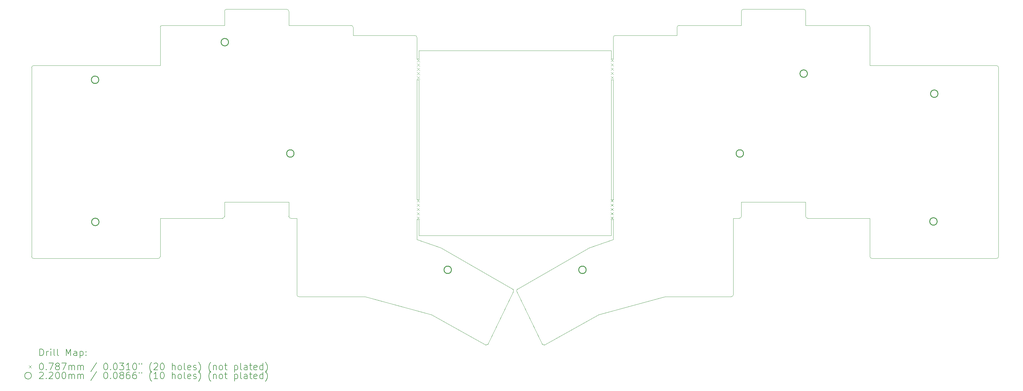
<source format=gbr>
%TF.GenerationSoftware,KiCad,Pcbnew,7.0.2-6a45011f42~172~ubuntu22.04.1*%
%TF.CreationDate,2023-05-03T16:22:59+02:00*%
%TF.ProjectId,plate,706c6174-652e-46b6-9963-61645f706362,rev?*%
%TF.SameCoordinates,Original*%
%TF.FileFunction,Drillmap*%
%TF.FilePolarity,Positive*%
%FSLAX45Y45*%
G04 Gerber Fmt 4.5, Leading zero omitted, Abs format (unit mm)*
G04 Created by KiCad (PCBNEW 7.0.2-6a45011f42~172~ubuntu22.04.1) date 2023-05-03 16:22:59*
%MOMM*%
%LPD*%
G01*
G04 APERTURE LIST*
%ADD10C,0.100000*%
%ADD11C,0.200000*%
%ADD12C,0.078740*%
%ADD13C,0.220000*%
G04 APERTURE END LIST*
D10*
X25628722Y-7583400D02*
G75*
G03*
X25569190Y-7642931I-12J-59520D01*
G01*
X19749272Y-12442042D02*
X19808804Y-12442041D01*
X15954407Y-6869024D02*
G75*
G03*
X15894869Y-6809493I-59527J4D01*
G01*
X31209533Y-6809493D02*
X29423594Y-6809493D01*
X33174066Y-8476369D02*
X33174065Y-7345274D01*
X31269062Y-12941216D02*
G75*
G03*
X31328595Y-13000748I59548J17D01*
G01*
X29423594Y-6809492D02*
G75*
G03*
X29364062Y-6869024I-14J-59518D01*
G01*
X25569190Y-7642931D02*
X25569190Y-8274851D01*
X29364062Y-6869024D02*
X29364062Y-7285743D01*
X19689741Y-7583400D02*
X17859402Y-7583400D01*
X29125937Y-15262937D02*
X29125937Y-13000748D01*
X19749272Y-13632668D02*
X19749272Y-13037355D01*
X15954401Y-12524498D02*
X15954401Y-12941216D01*
X33174066Y-7345274D02*
G75*
G03*
X33114534Y-7285743I-59527J5D01*
G01*
X31269064Y-7285743D02*
X31269064Y-6869024D01*
X23470463Y-16733784D02*
G75*
G03*
X23529995Y-16751220I44657J42124D01*
G01*
X31269064Y-12524497D02*
X31269064Y-12941216D01*
X24854815Y-13870793D02*
X22720406Y-15099903D01*
X19749272Y-8893088D02*
X19808804Y-8893088D01*
X12203928Y-7285747D02*
G75*
G03*
X12144397Y-7345275I-9J-59523D01*
G01*
X23529995Y-16751220D02*
X25137340Y-15858250D01*
X36984071Y-8535900D02*
G75*
G03*
X36924537Y-8476369I-59531J0D01*
G01*
X15954402Y-12941216D02*
G75*
G03*
X16013932Y-13000748I59528J-4D01*
G01*
X25509660Y-8036726D02*
X19808803Y-8036725D01*
X19749272Y-8274851D02*
X19749272Y-7642931D01*
X29304531Y-13000742D02*
G75*
G03*
X29364062Y-12941217I-11J59542D01*
G01*
X22720405Y-15099902D02*
G75*
G03*
X22711688Y-15180482I73095J-48668D01*
G01*
X19808803Y-8036725D02*
X19808804Y-8274850D01*
X16192526Y-13000748D02*
X16192526Y-15262937D01*
X16192531Y-15262937D02*
G75*
G03*
X16252057Y-15322469I59539J7D01*
G01*
X17859407Y-7345275D02*
G75*
G03*
X17799871Y-7285743I-59527J5D01*
G01*
X12144397Y-8476369D02*
X8393925Y-8476369D01*
X29364062Y-12941217D02*
X29364062Y-12524497D01*
X31269067Y-6869024D02*
G75*
G03*
X31209533Y-6809493I-59537J-6D01*
G01*
X36924537Y-8476369D02*
X33174066Y-8476369D01*
X14049399Y-7285743D02*
X12203928Y-7285743D01*
X15954401Y-7285744D02*
X15954401Y-6869024D01*
X29125937Y-13000748D02*
X29304531Y-13000748D01*
X14049399Y-12524497D02*
X15954401Y-12524498D01*
X15894869Y-6809493D02*
X14108930Y-6809493D01*
X29364062Y-12524497D02*
X31269064Y-12524497D01*
X19808804Y-13513605D02*
X19808804Y-13037354D01*
X29066406Y-15322467D02*
G75*
G03*
X29125937Y-15262937I4J59527D01*
G01*
X27101873Y-15322469D02*
X29066406Y-15322469D01*
X19749272Y-8274851D02*
X19808804Y-8274850D01*
X21847999Y-16733783D02*
X22606775Y-15180481D01*
X22598057Y-15099903D02*
X20463648Y-13870793D01*
X18216590Y-15322468D02*
X20181123Y-15858250D01*
X17799871Y-7285743D02*
X15954401Y-7285744D01*
X22711688Y-15180482D02*
X23470464Y-16733784D01*
X19749280Y-7642931D02*
G75*
G03*
X19689741Y-7583400I-59530J1D01*
G01*
X25509659Y-8274850D02*
X25509660Y-8036726D01*
X20181123Y-15858250D02*
X21788468Y-16751220D01*
X12084866Y-14191377D02*
G75*
G03*
X12144397Y-14131842I4J59528D01*
G01*
X25137340Y-15858250D02*
X27101873Y-15322469D01*
X22606773Y-15180481D02*
G75*
G03*
X22598056Y-15099903I-81813J31911D01*
G01*
X25509162Y-12442042D02*
X25568693Y-12442041D01*
X14049399Y-6869024D02*
X14049399Y-7285743D01*
X8334394Y-8535901D02*
X8334394Y-14131842D01*
X16013932Y-13000748D02*
X16192526Y-13000748D01*
X8334396Y-14131842D02*
G75*
G03*
X8393926Y-14191374I59524J-8D01*
G01*
X14108930Y-6809489D02*
G75*
G03*
X14049399Y-6869024I10J-59541D01*
G01*
X27459061Y-7583400D02*
X25628722Y-7583399D01*
X12144397Y-13000748D02*
X13989868Y-13000748D01*
X19808804Y-13513605D02*
X25509162Y-13513605D01*
X12144397Y-14131842D02*
X12144397Y-13000748D01*
X8393926Y-14191374D02*
X12084866Y-14191374D01*
X25568693Y-13037354D02*
X25569190Y-13632668D01*
X33233597Y-14191374D02*
X36924537Y-14191374D01*
X31328595Y-13000748D02*
X33174066Y-13000748D01*
X36984069Y-14131843D02*
X36984069Y-8535900D01*
X33174066Y-13000748D02*
X33174066Y-14131843D01*
X25509162Y-13037355D02*
X25568693Y-13037354D01*
X19808804Y-12442041D02*
X19808804Y-8893088D01*
X27459061Y-7345275D02*
X27459061Y-7583400D01*
X20463648Y-13870793D02*
X19749272Y-13632668D01*
X19749272Y-12442042D02*
X19749272Y-8893088D01*
X16252057Y-15322469D02*
X18216590Y-15322468D01*
X27518592Y-7285741D02*
G75*
G03*
X27459061Y-7345275I8J-59539D01*
G01*
X8393925Y-8476374D02*
G75*
G03*
X8334394Y-8535901I5J-59536D01*
G01*
X29364062Y-7285743D02*
X27518592Y-7285743D01*
X25509162Y-13513605D02*
X25509162Y-13037355D01*
X25509162Y-12442042D02*
X25509162Y-8893089D01*
X19749272Y-13037355D02*
X19808804Y-13037354D01*
X25509162Y-8893089D02*
X25568693Y-8893088D01*
X25509659Y-8274850D02*
X25569190Y-8274851D01*
X21788467Y-16751225D02*
G75*
G03*
X21847999Y-16733783I14873J59555D01*
G01*
X17859402Y-7583400D02*
X17859402Y-7345275D01*
X14049399Y-12941217D02*
X14049399Y-12524497D01*
X13989868Y-13000749D02*
G75*
G03*
X14049399Y-12941217I2J59529D01*
G01*
X25569190Y-13632668D02*
X24854815Y-13870793D01*
X12144397Y-7345275D02*
X12144397Y-8476369D01*
X33174066Y-14131843D02*
G75*
G03*
X33233597Y-14191374I59534J3D01*
G01*
X33114534Y-7285743D02*
X31269064Y-7285743D01*
X25568693Y-12442041D02*
X25568693Y-8893088D01*
X36924537Y-14191369D02*
G75*
G03*
X36984069Y-14131843I13J59519D01*
G01*
D11*
D12*
X19750630Y-12443630D02*
X19829370Y-12522370D01*
X19829370Y-12443630D02*
X19750630Y-12522370D01*
X19750630Y-12570630D02*
X19829370Y-12649370D01*
X19829370Y-12570630D02*
X19750630Y-12649370D01*
X19750630Y-12697630D02*
X19829370Y-12776370D01*
X19829370Y-12697630D02*
X19750630Y-12776370D01*
X19750630Y-12824630D02*
X19829370Y-12903370D01*
X19829370Y-12824630D02*
X19750630Y-12903370D01*
X19750630Y-12951630D02*
X19829370Y-13030370D01*
X19829370Y-12951630D02*
X19750630Y-13030370D01*
X19753130Y-8290630D02*
X19831870Y-8369370D01*
X19831870Y-8290630D02*
X19753130Y-8369370D01*
X19753130Y-8417630D02*
X19831870Y-8496370D01*
X19831870Y-8417630D02*
X19753130Y-8496370D01*
X19753130Y-8544630D02*
X19831870Y-8623370D01*
X19831870Y-8544630D02*
X19753130Y-8623370D01*
X19753130Y-8671630D02*
X19831870Y-8750370D01*
X19831870Y-8671630D02*
X19753130Y-8750370D01*
X19753130Y-8798630D02*
X19831870Y-8877370D01*
X19831870Y-8798630D02*
X19753130Y-8877370D01*
X25493130Y-12445630D02*
X25571870Y-12524370D01*
X25571870Y-12445630D02*
X25493130Y-12524370D01*
X25493130Y-12572630D02*
X25571870Y-12651370D01*
X25571870Y-12572630D02*
X25493130Y-12651370D01*
X25493130Y-12699630D02*
X25571870Y-12778370D01*
X25571870Y-12699630D02*
X25493130Y-12778370D01*
X25493130Y-12826630D02*
X25571870Y-12905370D01*
X25571870Y-12826630D02*
X25493130Y-12905370D01*
X25493130Y-12953630D02*
X25571870Y-13032370D01*
X25571870Y-12953630D02*
X25493130Y-13032370D01*
X25495630Y-8288630D02*
X25574370Y-8367370D01*
X25574370Y-8288630D02*
X25495630Y-8367370D01*
X25495630Y-8415630D02*
X25574370Y-8494370D01*
X25574370Y-8415630D02*
X25495630Y-8494370D01*
X25495630Y-8542630D02*
X25574370Y-8621370D01*
X25574370Y-8542630D02*
X25495630Y-8621370D01*
X25495630Y-8669630D02*
X25574370Y-8748370D01*
X25574370Y-8669630D02*
X25495630Y-8748370D01*
X25495630Y-8796630D02*
X25574370Y-8875370D01*
X25574370Y-8796630D02*
X25495630Y-8875370D01*
D13*
X10324391Y-8897364D02*
G75*
G03*
X10324391Y-8897364I-110000J0D01*
G01*
X10331391Y-13108364D02*
G75*
G03*
X10331391Y-13108364I-110000J0D01*
G01*
X14168391Y-7783364D02*
G75*
G03*
X14168391Y-7783364I-110000J0D01*
G01*
X16110391Y-11080364D02*
G75*
G03*
X16110391Y-11080364I-110000J0D01*
G01*
X20773391Y-14527364D02*
G75*
G03*
X20773391Y-14527364I-110000J0D01*
G01*
X24765060Y-14527372D02*
G75*
G03*
X24765060Y-14527372I-110000J0D01*
G01*
X29428060Y-11080371D02*
G75*
G03*
X29428060Y-11080371I-110000J0D01*
G01*
X31319533Y-8714495D02*
G75*
G03*
X31319533Y-8714495I-110000J0D01*
G01*
X35164665Y-13093864D02*
G75*
G03*
X35164665Y-13093864I-110000J0D01*
G01*
X35189067Y-9309808D02*
G75*
G03*
X35189067Y-9309808I-110000J0D01*
G01*
D11*
X8577013Y-17070578D02*
X8577013Y-16870578D01*
X8577013Y-16870578D02*
X8624632Y-16870578D01*
X8624632Y-16870578D02*
X8653204Y-16880102D01*
X8653204Y-16880102D02*
X8672251Y-16899149D01*
X8672251Y-16899149D02*
X8681775Y-16918197D01*
X8681775Y-16918197D02*
X8691299Y-16956292D01*
X8691299Y-16956292D02*
X8691299Y-16984863D01*
X8691299Y-16984863D02*
X8681775Y-17022959D01*
X8681775Y-17022959D02*
X8672251Y-17042006D01*
X8672251Y-17042006D02*
X8653204Y-17061054D01*
X8653204Y-17061054D02*
X8624632Y-17070578D01*
X8624632Y-17070578D02*
X8577013Y-17070578D01*
X8777013Y-17070578D02*
X8777013Y-16937244D01*
X8777013Y-16975340D02*
X8786537Y-16956292D01*
X8786537Y-16956292D02*
X8796061Y-16946768D01*
X8796061Y-16946768D02*
X8815109Y-16937244D01*
X8815109Y-16937244D02*
X8834156Y-16937244D01*
X8900823Y-17070578D02*
X8900823Y-16937244D01*
X8900823Y-16870578D02*
X8891299Y-16880102D01*
X8891299Y-16880102D02*
X8900823Y-16889625D01*
X8900823Y-16889625D02*
X8910347Y-16880102D01*
X8910347Y-16880102D02*
X8900823Y-16870578D01*
X8900823Y-16870578D02*
X8900823Y-16889625D01*
X9024632Y-17070578D02*
X9005585Y-17061054D01*
X9005585Y-17061054D02*
X8996061Y-17042006D01*
X8996061Y-17042006D02*
X8996061Y-16870578D01*
X9129394Y-17070578D02*
X9110347Y-17061054D01*
X9110347Y-17061054D02*
X9100823Y-17042006D01*
X9100823Y-17042006D02*
X9100823Y-16870578D01*
X9357966Y-17070578D02*
X9357966Y-16870578D01*
X9357966Y-16870578D02*
X9424632Y-17013435D01*
X9424632Y-17013435D02*
X9491299Y-16870578D01*
X9491299Y-16870578D02*
X9491299Y-17070578D01*
X9672251Y-17070578D02*
X9672251Y-16965816D01*
X9672251Y-16965816D02*
X9662728Y-16946768D01*
X9662728Y-16946768D02*
X9643680Y-16937244D01*
X9643680Y-16937244D02*
X9605585Y-16937244D01*
X9605585Y-16937244D02*
X9586537Y-16946768D01*
X9672251Y-17061054D02*
X9653204Y-17070578D01*
X9653204Y-17070578D02*
X9605585Y-17070578D01*
X9605585Y-17070578D02*
X9586537Y-17061054D01*
X9586537Y-17061054D02*
X9577013Y-17042006D01*
X9577013Y-17042006D02*
X9577013Y-17022959D01*
X9577013Y-17022959D02*
X9586537Y-17003911D01*
X9586537Y-17003911D02*
X9605585Y-16994387D01*
X9605585Y-16994387D02*
X9653204Y-16994387D01*
X9653204Y-16994387D02*
X9672251Y-16984863D01*
X9767490Y-16937244D02*
X9767490Y-17137244D01*
X9767490Y-16946768D02*
X9786537Y-16937244D01*
X9786537Y-16937244D02*
X9824632Y-16937244D01*
X9824632Y-16937244D02*
X9843680Y-16946768D01*
X9843680Y-16946768D02*
X9853204Y-16956292D01*
X9853204Y-16956292D02*
X9862728Y-16975340D01*
X9862728Y-16975340D02*
X9862728Y-17032482D01*
X9862728Y-17032482D02*
X9853204Y-17051530D01*
X9853204Y-17051530D02*
X9843680Y-17061054D01*
X9843680Y-17061054D02*
X9824632Y-17070578D01*
X9824632Y-17070578D02*
X9786537Y-17070578D01*
X9786537Y-17070578D02*
X9767490Y-17061054D01*
X9948442Y-17051530D02*
X9957966Y-17061054D01*
X9957966Y-17061054D02*
X9948442Y-17070578D01*
X9948442Y-17070578D02*
X9938918Y-17061054D01*
X9938918Y-17061054D02*
X9948442Y-17051530D01*
X9948442Y-17051530D02*
X9948442Y-17070578D01*
X9948442Y-16946768D02*
X9957966Y-16956292D01*
X9957966Y-16956292D02*
X9948442Y-16965816D01*
X9948442Y-16965816D02*
X9938918Y-16956292D01*
X9938918Y-16956292D02*
X9948442Y-16946768D01*
X9948442Y-16946768D02*
X9948442Y-16965816D01*
D12*
X8250654Y-17358684D02*
X8329394Y-17437424D01*
X8329394Y-17358684D02*
X8250654Y-17437424D01*
D11*
X8615109Y-17290578D02*
X8634156Y-17290578D01*
X8634156Y-17290578D02*
X8653204Y-17300102D01*
X8653204Y-17300102D02*
X8662728Y-17309625D01*
X8662728Y-17309625D02*
X8672251Y-17328673D01*
X8672251Y-17328673D02*
X8681775Y-17366768D01*
X8681775Y-17366768D02*
X8681775Y-17414387D01*
X8681775Y-17414387D02*
X8672251Y-17452482D01*
X8672251Y-17452482D02*
X8662728Y-17471530D01*
X8662728Y-17471530D02*
X8653204Y-17481054D01*
X8653204Y-17481054D02*
X8634156Y-17490578D01*
X8634156Y-17490578D02*
X8615109Y-17490578D01*
X8615109Y-17490578D02*
X8596061Y-17481054D01*
X8596061Y-17481054D02*
X8586537Y-17471530D01*
X8586537Y-17471530D02*
X8577013Y-17452482D01*
X8577013Y-17452482D02*
X8567490Y-17414387D01*
X8567490Y-17414387D02*
X8567490Y-17366768D01*
X8567490Y-17366768D02*
X8577013Y-17328673D01*
X8577013Y-17328673D02*
X8586537Y-17309625D01*
X8586537Y-17309625D02*
X8596061Y-17300102D01*
X8596061Y-17300102D02*
X8615109Y-17290578D01*
X8767490Y-17471530D02*
X8777013Y-17481054D01*
X8777013Y-17481054D02*
X8767490Y-17490578D01*
X8767490Y-17490578D02*
X8757966Y-17481054D01*
X8757966Y-17481054D02*
X8767490Y-17471530D01*
X8767490Y-17471530D02*
X8767490Y-17490578D01*
X8843680Y-17290578D02*
X8977013Y-17290578D01*
X8977013Y-17290578D02*
X8891299Y-17490578D01*
X9081775Y-17376292D02*
X9062728Y-17366768D01*
X9062728Y-17366768D02*
X9053204Y-17357244D01*
X9053204Y-17357244D02*
X9043680Y-17338197D01*
X9043680Y-17338197D02*
X9043680Y-17328673D01*
X9043680Y-17328673D02*
X9053204Y-17309625D01*
X9053204Y-17309625D02*
X9062728Y-17300102D01*
X9062728Y-17300102D02*
X9081775Y-17290578D01*
X9081775Y-17290578D02*
X9119871Y-17290578D01*
X9119871Y-17290578D02*
X9138918Y-17300102D01*
X9138918Y-17300102D02*
X9148442Y-17309625D01*
X9148442Y-17309625D02*
X9157966Y-17328673D01*
X9157966Y-17328673D02*
X9157966Y-17338197D01*
X9157966Y-17338197D02*
X9148442Y-17357244D01*
X9148442Y-17357244D02*
X9138918Y-17366768D01*
X9138918Y-17366768D02*
X9119871Y-17376292D01*
X9119871Y-17376292D02*
X9081775Y-17376292D01*
X9081775Y-17376292D02*
X9062728Y-17385816D01*
X9062728Y-17385816D02*
X9053204Y-17395340D01*
X9053204Y-17395340D02*
X9043680Y-17414387D01*
X9043680Y-17414387D02*
X9043680Y-17452482D01*
X9043680Y-17452482D02*
X9053204Y-17471530D01*
X9053204Y-17471530D02*
X9062728Y-17481054D01*
X9062728Y-17481054D02*
X9081775Y-17490578D01*
X9081775Y-17490578D02*
X9119871Y-17490578D01*
X9119871Y-17490578D02*
X9138918Y-17481054D01*
X9138918Y-17481054D02*
X9148442Y-17471530D01*
X9148442Y-17471530D02*
X9157966Y-17452482D01*
X9157966Y-17452482D02*
X9157966Y-17414387D01*
X9157966Y-17414387D02*
X9148442Y-17395340D01*
X9148442Y-17395340D02*
X9138918Y-17385816D01*
X9138918Y-17385816D02*
X9119871Y-17376292D01*
X9224632Y-17290578D02*
X9357966Y-17290578D01*
X9357966Y-17290578D02*
X9272251Y-17490578D01*
X9434156Y-17490578D02*
X9434156Y-17357244D01*
X9434156Y-17376292D02*
X9443680Y-17366768D01*
X9443680Y-17366768D02*
X9462728Y-17357244D01*
X9462728Y-17357244D02*
X9491299Y-17357244D01*
X9491299Y-17357244D02*
X9510347Y-17366768D01*
X9510347Y-17366768D02*
X9519871Y-17385816D01*
X9519871Y-17385816D02*
X9519871Y-17490578D01*
X9519871Y-17385816D02*
X9529394Y-17366768D01*
X9529394Y-17366768D02*
X9548442Y-17357244D01*
X9548442Y-17357244D02*
X9577013Y-17357244D01*
X9577013Y-17357244D02*
X9596061Y-17366768D01*
X9596061Y-17366768D02*
X9605585Y-17385816D01*
X9605585Y-17385816D02*
X9605585Y-17490578D01*
X9700823Y-17490578D02*
X9700823Y-17357244D01*
X9700823Y-17376292D02*
X9710347Y-17366768D01*
X9710347Y-17366768D02*
X9729394Y-17357244D01*
X9729394Y-17357244D02*
X9757966Y-17357244D01*
X9757966Y-17357244D02*
X9777013Y-17366768D01*
X9777013Y-17366768D02*
X9786537Y-17385816D01*
X9786537Y-17385816D02*
X9786537Y-17490578D01*
X9786537Y-17385816D02*
X9796061Y-17366768D01*
X9796061Y-17366768D02*
X9815109Y-17357244D01*
X9815109Y-17357244D02*
X9843680Y-17357244D01*
X9843680Y-17357244D02*
X9862728Y-17366768D01*
X9862728Y-17366768D02*
X9872252Y-17385816D01*
X9872252Y-17385816D02*
X9872252Y-17490578D01*
X10262728Y-17281054D02*
X10091299Y-17538197D01*
X10519871Y-17290578D02*
X10538918Y-17290578D01*
X10538918Y-17290578D02*
X10557966Y-17300102D01*
X10557966Y-17300102D02*
X10567490Y-17309625D01*
X10567490Y-17309625D02*
X10577014Y-17328673D01*
X10577014Y-17328673D02*
X10586537Y-17366768D01*
X10586537Y-17366768D02*
X10586537Y-17414387D01*
X10586537Y-17414387D02*
X10577014Y-17452482D01*
X10577014Y-17452482D02*
X10567490Y-17471530D01*
X10567490Y-17471530D02*
X10557966Y-17481054D01*
X10557966Y-17481054D02*
X10538918Y-17490578D01*
X10538918Y-17490578D02*
X10519871Y-17490578D01*
X10519871Y-17490578D02*
X10500823Y-17481054D01*
X10500823Y-17481054D02*
X10491299Y-17471530D01*
X10491299Y-17471530D02*
X10481775Y-17452482D01*
X10481775Y-17452482D02*
X10472252Y-17414387D01*
X10472252Y-17414387D02*
X10472252Y-17366768D01*
X10472252Y-17366768D02*
X10481775Y-17328673D01*
X10481775Y-17328673D02*
X10491299Y-17309625D01*
X10491299Y-17309625D02*
X10500823Y-17300102D01*
X10500823Y-17300102D02*
X10519871Y-17290578D01*
X10672252Y-17471530D02*
X10681775Y-17481054D01*
X10681775Y-17481054D02*
X10672252Y-17490578D01*
X10672252Y-17490578D02*
X10662728Y-17481054D01*
X10662728Y-17481054D02*
X10672252Y-17471530D01*
X10672252Y-17471530D02*
X10672252Y-17490578D01*
X10805585Y-17290578D02*
X10824633Y-17290578D01*
X10824633Y-17290578D02*
X10843680Y-17300102D01*
X10843680Y-17300102D02*
X10853204Y-17309625D01*
X10853204Y-17309625D02*
X10862728Y-17328673D01*
X10862728Y-17328673D02*
X10872252Y-17366768D01*
X10872252Y-17366768D02*
X10872252Y-17414387D01*
X10872252Y-17414387D02*
X10862728Y-17452482D01*
X10862728Y-17452482D02*
X10853204Y-17471530D01*
X10853204Y-17471530D02*
X10843680Y-17481054D01*
X10843680Y-17481054D02*
X10824633Y-17490578D01*
X10824633Y-17490578D02*
X10805585Y-17490578D01*
X10805585Y-17490578D02*
X10786537Y-17481054D01*
X10786537Y-17481054D02*
X10777014Y-17471530D01*
X10777014Y-17471530D02*
X10767490Y-17452482D01*
X10767490Y-17452482D02*
X10757966Y-17414387D01*
X10757966Y-17414387D02*
X10757966Y-17366768D01*
X10757966Y-17366768D02*
X10767490Y-17328673D01*
X10767490Y-17328673D02*
X10777014Y-17309625D01*
X10777014Y-17309625D02*
X10786537Y-17300102D01*
X10786537Y-17300102D02*
X10805585Y-17290578D01*
X10938918Y-17290578D02*
X11062728Y-17290578D01*
X11062728Y-17290578D02*
X10996061Y-17366768D01*
X10996061Y-17366768D02*
X11024633Y-17366768D01*
X11024633Y-17366768D02*
X11043680Y-17376292D01*
X11043680Y-17376292D02*
X11053204Y-17385816D01*
X11053204Y-17385816D02*
X11062728Y-17404863D01*
X11062728Y-17404863D02*
X11062728Y-17452482D01*
X11062728Y-17452482D02*
X11053204Y-17471530D01*
X11053204Y-17471530D02*
X11043680Y-17481054D01*
X11043680Y-17481054D02*
X11024633Y-17490578D01*
X11024633Y-17490578D02*
X10967490Y-17490578D01*
X10967490Y-17490578D02*
X10948442Y-17481054D01*
X10948442Y-17481054D02*
X10938918Y-17471530D01*
X11253204Y-17490578D02*
X11138918Y-17490578D01*
X11196061Y-17490578D02*
X11196061Y-17290578D01*
X11196061Y-17290578D02*
X11177014Y-17319149D01*
X11177014Y-17319149D02*
X11157966Y-17338197D01*
X11157966Y-17338197D02*
X11138918Y-17347721D01*
X11377013Y-17290578D02*
X11396061Y-17290578D01*
X11396061Y-17290578D02*
X11415109Y-17300102D01*
X11415109Y-17300102D02*
X11424633Y-17309625D01*
X11424633Y-17309625D02*
X11434156Y-17328673D01*
X11434156Y-17328673D02*
X11443680Y-17366768D01*
X11443680Y-17366768D02*
X11443680Y-17414387D01*
X11443680Y-17414387D02*
X11434156Y-17452482D01*
X11434156Y-17452482D02*
X11424633Y-17471530D01*
X11424633Y-17471530D02*
X11415109Y-17481054D01*
X11415109Y-17481054D02*
X11396061Y-17490578D01*
X11396061Y-17490578D02*
X11377013Y-17490578D01*
X11377013Y-17490578D02*
X11357966Y-17481054D01*
X11357966Y-17481054D02*
X11348442Y-17471530D01*
X11348442Y-17471530D02*
X11338918Y-17452482D01*
X11338918Y-17452482D02*
X11329394Y-17414387D01*
X11329394Y-17414387D02*
X11329394Y-17366768D01*
X11329394Y-17366768D02*
X11338918Y-17328673D01*
X11338918Y-17328673D02*
X11348442Y-17309625D01*
X11348442Y-17309625D02*
X11357966Y-17300102D01*
X11357966Y-17300102D02*
X11377013Y-17290578D01*
X11519871Y-17290578D02*
X11519871Y-17328673D01*
X11596061Y-17290578D02*
X11596061Y-17328673D01*
X11891299Y-17566768D02*
X11881775Y-17557244D01*
X11881775Y-17557244D02*
X11862728Y-17528673D01*
X11862728Y-17528673D02*
X11853204Y-17509625D01*
X11853204Y-17509625D02*
X11843680Y-17481054D01*
X11843680Y-17481054D02*
X11834156Y-17433435D01*
X11834156Y-17433435D02*
X11834156Y-17395340D01*
X11834156Y-17395340D02*
X11843680Y-17347721D01*
X11843680Y-17347721D02*
X11853204Y-17319149D01*
X11853204Y-17319149D02*
X11862728Y-17300102D01*
X11862728Y-17300102D02*
X11881775Y-17271530D01*
X11881775Y-17271530D02*
X11891299Y-17262006D01*
X11957966Y-17309625D02*
X11967490Y-17300102D01*
X11967490Y-17300102D02*
X11986537Y-17290578D01*
X11986537Y-17290578D02*
X12034156Y-17290578D01*
X12034156Y-17290578D02*
X12053204Y-17300102D01*
X12053204Y-17300102D02*
X12062728Y-17309625D01*
X12062728Y-17309625D02*
X12072252Y-17328673D01*
X12072252Y-17328673D02*
X12072252Y-17347721D01*
X12072252Y-17347721D02*
X12062728Y-17376292D01*
X12062728Y-17376292D02*
X11948442Y-17490578D01*
X11948442Y-17490578D02*
X12072252Y-17490578D01*
X12196061Y-17290578D02*
X12215109Y-17290578D01*
X12215109Y-17290578D02*
X12234156Y-17300102D01*
X12234156Y-17300102D02*
X12243680Y-17309625D01*
X12243680Y-17309625D02*
X12253204Y-17328673D01*
X12253204Y-17328673D02*
X12262728Y-17366768D01*
X12262728Y-17366768D02*
X12262728Y-17414387D01*
X12262728Y-17414387D02*
X12253204Y-17452482D01*
X12253204Y-17452482D02*
X12243680Y-17471530D01*
X12243680Y-17471530D02*
X12234156Y-17481054D01*
X12234156Y-17481054D02*
X12215109Y-17490578D01*
X12215109Y-17490578D02*
X12196061Y-17490578D01*
X12196061Y-17490578D02*
X12177014Y-17481054D01*
X12177014Y-17481054D02*
X12167490Y-17471530D01*
X12167490Y-17471530D02*
X12157966Y-17452482D01*
X12157966Y-17452482D02*
X12148442Y-17414387D01*
X12148442Y-17414387D02*
X12148442Y-17366768D01*
X12148442Y-17366768D02*
X12157966Y-17328673D01*
X12157966Y-17328673D02*
X12167490Y-17309625D01*
X12167490Y-17309625D02*
X12177014Y-17300102D01*
X12177014Y-17300102D02*
X12196061Y-17290578D01*
X12500823Y-17490578D02*
X12500823Y-17290578D01*
X12586537Y-17490578D02*
X12586537Y-17385816D01*
X12586537Y-17385816D02*
X12577014Y-17366768D01*
X12577014Y-17366768D02*
X12557966Y-17357244D01*
X12557966Y-17357244D02*
X12529395Y-17357244D01*
X12529395Y-17357244D02*
X12510347Y-17366768D01*
X12510347Y-17366768D02*
X12500823Y-17376292D01*
X12710347Y-17490578D02*
X12691299Y-17481054D01*
X12691299Y-17481054D02*
X12681776Y-17471530D01*
X12681776Y-17471530D02*
X12672252Y-17452482D01*
X12672252Y-17452482D02*
X12672252Y-17395340D01*
X12672252Y-17395340D02*
X12681776Y-17376292D01*
X12681776Y-17376292D02*
X12691299Y-17366768D01*
X12691299Y-17366768D02*
X12710347Y-17357244D01*
X12710347Y-17357244D02*
X12738918Y-17357244D01*
X12738918Y-17357244D02*
X12757966Y-17366768D01*
X12757966Y-17366768D02*
X12767490Y-17376292D01*
X12767490Y-17376292D02*
X12777014Y-17395340D01*
X12777014Y-17395340D02*
X12777014Y-17452482D01*
X12777014Y-17452482D02*
X12767490Y-17471530D01*
X12767490Y-17471530D02*
X12757966Y-17481054D01*
X12757966Y-17481054D02*
X12738918Y-17490578D01*
X12738918Y-17490578D02*
X12710347Y-17490578D01*
X12891299Y-17490578D02*
X12872252Y-17481054D01*
X12872252Y-17481054D02*
X12862728Y-17462006D01*
X12862728Y-17462006D02*
X12862728Y-17290578D01*
X13043680Y-17481054D02*
X13024633Y-17490578D01*
X13024633Y-17490578D02*
X12986537Y-17490578D01*
X12986537Y-17490578D02*
X12967490Y-17481054D01*
X12967490Y-17481054D02*
X12957966Y-17462006D01*
X12957966Y-17462006D02*
X12957966Y-17385816D01*
X12957966Y-17385816D02*
X12967490Y-17366768D01*
X12967490Y-17366768D02*
X12986537Y-17357244D01*
X12986537Y-17357244D02*
X13024633Y-17357244D01*
X13024633Y-17357244D02*
X13043680Y-17366768D01*
X13043680Y-17366768D02*
X13053204Y-17385816D01*
X13053204Y-17385816D02*
X13053204Y-17404863D01*
X13053204Y-17404863D02*
X12957966Y-17423911D01*
X13129395Y-17481054D02*
X13148442Y-17490578D01*
X13148442Y-17490578D02*
X13186537Y-17490578D01*
X13186537Y-17490578D02*
X13205585Y-17481054D01*
X13205585Y-17481054D02*
X13215109Y-17462006D01*
X13215109Y-17462006D02*
X13215109Y-17452482D01*
X13215109Y-17452482D02*
X13205585Y-17433435D01*
X13205585Y-17433435D02*
X13186537Y-17423911D01*
X13186537Y-17423911D02*
X13157966Y-17423911D01*
X13157966Y-17423911D02*
X13138918Y-17414387D01*
X13138918Y-17414387D02*
X13129395Y-17395340D01*
X13129395Y-17395340D02*
X13129395Y-17385816D01*
X13129395Y-17385816D02*
X13138918Y-17366768D01*
X13138918Y-17366768D02*
X13157966Y-17357244D01*
X13157966Y-17357244D02*
X13186537Y-17357244D01*
X13186537Y-17357244D02*
X13205585Y-17366768D01*
X13281776Y-17566768D02*
X13291299Y-17557244D01*
X13291299Y-17557244D02*
X13310347Y-17528673D01*
X13310347Y-17528673D02*
X13319871Y-17509625D01*
X13319871Y-17509625D02*
X13329395Y-17481054D01*
X13329395Y-17481054D02*
X13338918Y-17433435D01*
X13338918Y-17433435D02*
X13338918Y-17395340D01*
X13338918Y-17395340D02*
X13329395Y-17347721D01*
X13329395Y-17347721D02*
X13319871Y-17319149D01*
X13319871Y-17319149D02*
X13310347Y-17300102D01*
X13310347Y-17300102D02*
X13291299Y-17271530D01*
X13291299Y-17271530D02*
X13281776Y-17262006D01*
X13643680Y-17566768D02*
X13634157Y-17557244D01*
X13634157Y-17557244D02*
X13615109Y-17528673D01*
X13615109Y-17528673D02*
X13605585Y-17509625D01*
X13605585Y-17509625D02*
X13596061Y-17481054D01*
X13596061Y-17481054D02*
X13586538Y-17433435D01*
X13586538Y-17433435D02*
X13586538Y-17395340D01*
X13586538Y-17395340D02*
X13596061Y-17347721D01*
X13596061Y-17347721D02*
X13605585Y-17319149D01*
X13605585Y-17319149D02*
X13615109Y-17300102D01*
X13615109Y-17300102D02*
X13634157Y-17271530D01*
X13634157Y-17271530D02*
X13643680Y-17262006D01*
X13719871Y-17357244D02*
X13719871Y-17490578D01*
X13719871Y-17376292D02*
X13729395Y-17366768D01*
X13729395Y-17366768D02*
X13748442Y-17357244D01*
X13748442Y-17357244D02*
X13777014Y-17357244D01*
X13777014Y-17357244D02*
X13796061Y-17366768D01*
X13796061Y-17366768D02*
X13805585Y-17385816D01*
X13805585Y-17385816D02*
X13805585Y-17490578D01*
X13929395Y-17490578D02*
X13910347Y-17481054D01*
X13910347Y-17481054D02*
X13900823Y-17471530D01*
X13900823Y-17471530D02*
X13891299Y-17452482D01*
X13891299Y-17452482D02*
X13891299Y-17395340D01*
X13891299Y-17395340D02*
X13900823Y-17376292D01*
X13900823Y-17376292D02*
X13910347Y-17366768D01*
X13910347Y-17366768D02*
X13929395Y-17357244D01*
X13929395Y-17357244D02*
X13957966Y-17357244D01*
X13957966Y-17357244D02*
X13977014Y-17366768D01*
X13977014Y-17366768D02*
X13986538Y-17376292D01*
X13986538Y-17376292D02*
X13996061Y-17395340D01*
X13996061Y-17395340D02*
X13996061Y-17452482D01*
X13996061Y-17452482D02*
X13986538Y-17471530D01*
X13986538Y-17471530D02*
X13977014Y-17481054D01*
X13977014Y-17481054D02*
X13957966Y-17490578D01*
X13957966Y-17490578D02*
X13929395Y-17490578D01*
X14053204Y-17357244D02*
X14129395Y-17357244D01*
X14081776Y-17290578D02*
X14081776Y-17462006D01*
X14081776Y-17462006D02*
X14091299Y-17481054D01*
X14091299Y-17481054D02*
X14110347Y-17490578D01*
X14110347Y-17490578D02*
X14129395Y-17490578D01*
X14348442Y-17357244D02*
X14348442Y-17557244D01*
X14348442Y-17366768D02*
X14367490Y-17357244D01*
X14367490Y-17357244D02*
X14405585Y-17357244D01*
X14405585Y-17357244D02*
X14424633Y-17366768D01*
X14424633Y-17366768D02*
X14434157Y-17376292D01*
X14434157Y-17376292D02*
X14443680Y-17395340D01*
X14443680Y-17395340D02*
X14443680Y-17452482D01*
X14443680Y-17452482D02*
X14434157Y-17471530D01*
X14434157Y-17471530D02*
X14424633Y-17481054D01*
X14424633Y-17481054D02*
X14405585Y-17490578D01*
X14405585Y-17490578D02*
X14367490Y-17490578D01*
X14367490Y-17490578D02*
X14348442Y-17481054D01*
X14557966Y-17490578D02*
X14538919Y-17481054D01*
X14538919Y-17481054D02*
X14529395Y-17462006D01*
X14529395Y-17462006D02*
X14529395Y-17290578D01*
X14719871Y-17490578D02*
X14719871Y-17385816D01*
X14719871Y-17385816D02*
X14710347Y-17366768D01*
X14710347Y-17366768D02*
X14691300Y-17357244D01*
X14691300Y-17357244D02*
X14653204Y-17357244D01*
X14653204Y-17357244D02*
X14634157Y-17366768D01*
X14719871Y-17481054D02*
X14700823Y-17490578D01*
X14700823Y-17490578D02*
X14653204Y-17490578D01*
X14653204Y-17490578D02*
X14634157Y-17481054D01*
X14634157Y-17481054D02*
X14624633Y-17462006D01*
X14624633Y-17462006D02*
X14624633Y-17442959D01*
X14624633Y-17442959D02*
X14634157Y-17423911D01*
X14634157Y-17423911D02*
X14653204Y-17414387D01*
X14653204Y-17414387D02*
X14700823Y-17414387D01*
X14700823Y-17414387D02*
X14719871Y-17404863D01*
X14786538Y-17357244D02*
X14862728Y-17357244D01*
X14815109Y-17290578D02*
X14815109Y-17462006D01*
X14815109Y-17462006D02*
X14824633Y-17481054D01*
X14824633Y-17481054D02*
X14843680Y-17490578D01*
X14843680Y-17490578D02*
X14862728Y-17490578D01*
X15005585Y-17481054D02*
X14986538Y-17490578D01*
X14986538Y-17490578D02*
X14948442Y-17490578D01*
X14948442Y-17490578D02*
X14929395Y-17481054D01*
X14929395Y-17481054D02*
X14919871Y-17462006D01*
X14919871Y-17462006D02*
X14919871Y-17385816D01*
X14919871Y-17385816D02*
X14929395Y-17366768D01*
X14929395Y-17366768D02*
X14948442Y-17357244D01*
X14948442Y-17357244D02*
X14986538Y-17357244D01*
X14986538Y-17357244D02*
X15005585Y-17366768D01*
X15005585Y-17366768D02*
X15015109Y-17385816D01*
X15015109Y-17385816D02*
X15015109Y-17404863D01*
X15015109Y-17404863D02*
X14919871Y-17423911D01*
X15186538Y-17490578D02*
X15186538Y-17290578D01*
X15186538Y-17481054D02*
X15167490Y-17490578D01*
X15167490Y-17490578D02*
X15129395Y-17490578D01*
X15129395Y-17490578D02*
X15110347Y-17481054D01*
X15110347Y-17481054D02*
X15100823Y-17471530D01*
X15100823Y-17471530D02*
X15091300Y-17452482D01*
X15091300Y-17452482D02*
X15091300Y-17395340D01*
X15091300Y-17395340D02*
X15100823Y-17376292D01*
X15100823Y-17376292D02*
X15110347Y-17366768D01*
X15110347Y-17366768D02*
X15129395Y-17357244D01*
X15129395Y-17357244D02*
X15167490Y-17357244D01*
X15167490Y-17357244D02*
X15186538Y-17366768D01*
X15262728Y-17566768D02*
X15272252Y-17557244D01*
X15272252Y-17557244D02*
X15291300Y-17528673D01*
X15291300Y-17528673D02*
X15300823Y-17509625D01*
X15300823Y-17509625D02*
X15310347Y-17481054D01*
X15310347Y-17481054D02*
X15319871Y-17433435D01*
X15319871Y-17433435D02*
X15319871Y-17395340D01*
X15319871Y-17395340D02*
X15310347Y-17347721D01*
X15310347Y-17347721D02*
X15300823Y-17319149D01*
X15300823Y-17319149D02*
X15291300Y-17300102D01*
X15291300Y-17300102D02*
X15272252Y-17271530D01*
X15272252Y-17271530D02*
X15262728Y-17262006D01*
X8329394Y-17662054D02*
G75*
G03*
X8329394Y-17662054I-100000J0D01*
G01*
X8567490Y-17573625D02*
X8577013Y-17564102D01*
X8577013Y-17564102D02*
X8596061Y-17554578D01*
X8596061Y-17554578D02*
X8643680Y-17554578D01*
X8643680Y-17554578D02*
X8662728Y-17564102D01*
X8662728Y-17564102D02*
X8672251Y-17573625D01*
X8672251Y-17573625D02*
X8681775Y-17592673D01*
X8681775Y-17592673D02*
X8681775Y-17611721D01*
X8681775Y-17611721D02*
X8672251Y-17640292D01*
X8672251Y-17640292D02*
X8557966Y-17754578D01*
X8557966Y-17754578D02*
X8681775Y-17754578D01*
X8767490Y-17735530D02*
X8777013Y-17745054D01*
X8777013Y-17745054D02*
X8767490Y-17754578D01*
X8767490Y-17754578D02*
X8757966Y-17745054D01*
X8757966Y-17745054D02*
X8767490Y-17735530D01*
X8767490Y-17735530D02*
X8767490Y-17754578D01*
X8853204Y-17573625D02*
X8862728Y-17564102D01*
X8862728Y-17564102D02*
X8881775Y-17554578D01*
X8881775Y-17554578D02*
X8929394Y-17554578D01*
X8929394Y-17554578D02*
X8948442Y-17564102D01*
X8948442Y-17564102D02*
X8957966Y-17573625D01*
X8957966Y-17573625D02*
X8967490Y-17592673D01*
X8967490Y-17592673D02*
X8967490Y-17611721D01*
X8967490Y-17611721D02*
X8957966Y-17640292D01*
X8957966Y-17640292D02*
X8843680Y-17754578D01*
X8843680Y-17754578D02*
X8967490Y-17754578D01*
X9091299Y-17554578D02*
X9110347Y-17554578D01*
X9110347Y-17554578D02*
X9129394Y-17564102D01*
X9129394Y-17564102D02*
X9138918Y-17573625D01*
X9138918Y-17573625D02*
X9148442Y-17592673D01*
X9148442Y-17592673D02*
X9157966Y-17630768D01*
X9157966Y-17630768D02*
X9157966Y-17678387D01*
X9157966Y-17678387D02*
X9148442Y-17716482D01*
X9148442Y-17716482D02*
X9138918Y-17735530D01*
X9138918Y-17735530D02*
X9129394Y-17745054D01*
X9129394Y-17745054D02*
X9110347Y-17754578D01*
X9110347Y-17754578D02*
X9091299Y-17754578D01*
X9091299Y-17754578D02*
X9072251Y-17745054D01*
X9072251Y-17745054D02*
X9062728Y-17735530D01*
X9062728Y-17735530D02*
X9053204Y-17716482D01*
X9053204Y-17716482D02*
X9043680Y-17678387D01*
X9043680Y-17678387D02*
X9043680Y-17630768D01*
X9043680Y-17630768D02*
X9053204Y-17592673D01*
X9053204Y-17592673D02*
X9062728Y-17573625D01*
X9062728Y-17573625D02*
X9072251Y-17564102D01*
X9072251Y-17564102D02*
X9091299Y-17554578D01*
X9281775Y-17554578D02*
X9300823Y-17554578D01*
X9300823Y-17554578D02*
X9319871Y-17564102D01*
X9319871Y-17564102D02*
X9329394Y-17573625D01*
X9329394Y-17573625D02*
X9338918Y-17592673D01*
X9338918Y-17592673D02*
X9348442Y-17630768D01*
X9348442Y-17630768D02*
X9348442Y-17678387D01*
X9348442Y-17678387D02*
X9338918Y-17716482D01*
X9338918Y-17716482D02*
X9329394Y-17735530D01*
X9329394Y-17735530D02*
X9319871Y-17745054D01*
X9319871Y-17745054D02*
X9300823Y-17754578D01*
X9300823Y-17754578D02*
X9281775Y-17754578D01*
X9281775Y-17754578D02*
X9262728Y-17745054D01*
X9262728Y-17745054D02*
X9253204Y-17735530D01*
X9253204Y-17735530D02*
X9243680Y-17716482D01*
X9243680Y-17716482D02*
X9234156Y-17678387D01*
X9234156Y-17678387D02*
X9234156Y-17630768D01*
X9234156Y-17630768D02*
X9243680Y-17592673D01*
X9243680Y-17592673D02*
X9253204Y-17573625D01*
X9253204Y-17573625D02*
X9262728Y-17564102D01*
X9262728Y-17564102D02*
X9281775Y-17554578D01*
X9434156Y-17754578D02*
X9434156Y-17621244D01*
X9434156Y-17640292D02*
X9443680Y-17630768D01*
X9443680Y-17630768D02*
X9462728Y-17621244D01*
X9462728Y-17621244D02*
X9491299Y-17621244D01*
X9491299Y-17621244D02*
X9510347Y-17630768D01*
X9510347Y-17630768D02*
X9519871Y-17649816D01*
X9519871Y-17649816D02*
X9519871Y-17754578D01*
X9519871Y-17649816D02*
X9529394Y-17630768D01*
X9529394Y-17630768D02*
X9548442Y-17621244D01*
X9548442Y-17621244D02*
X9577013Y-17621244D01*
X9577013Y-17621244D02*
X9596061Y-17630768D01*
X9596061Y-17630768D02*
X9605585Y-17649816D01*
X9605585Y-17649816D02*
X9605585Y-17754578D01*
X9700823Y-17754578D02*
X9700823Y-17621244D01*
X9700823Y-17640292D02*
X9710347Y-17630768D01*
X9710347Y-17630768D02*
X9729394Y-17621244D01*
X9729394Y-17621244D02*
X9757966Y-17621244D01*
X9757966Y-17621244D02*
X9777013Y-17630768D01*
X9777013Y-17630768D02*
X9786537Y-17649816D01*
X9786537Y-17649816D02*
X9786537Y-17754578D01*
X9786537Y-17649816D02*
X9796061Y-17630768D01*
X9796061Y-17630768D02*
X9815109Y-17621244D01*
X9815109Y-17621244D02*
X9843680Y-17621244D01*
X9843680Y-17621244D02*
X9862728Y-17630768D01*
X9862728Y-17630768D02*
X9872252Y-17649816D01*
X9872252Y-17649816D02*
X9872252Y-17754578D01*
X10262728Y-17545054D02*
X10091299Y-17802197D01*
X10519871Y-17554578D02*
X10538918Y-17554578D01*
X10538918Y-17554578D02*
X10557966Y-17564102D01*
X10557966Y-17564102D02*
X10567490Y-17573625D01*
X10567490Y-17573625D02*
X10577014Y-17592673D01*
X10577014Y-17592673D02*
X10586537Y-17630768D01*
X10586537Y-17630768D02*
X10586537Y-17678387D01*
X10586537Y-17678387D02*
X10577014Y-17716482D01*
X10577014Y-17716482D02*
X10567490Y-17735530D01*
X10567490Y-17735530D02*
X10557966Y-17745054D01*
X10557966Y-17745054D02*
X10538918Y-17754578D01*
X10538918Y-17754578D02*
X10519871Y-17754578D01*
X10519871Y-17754578D02*
X10500823Y-17745054D01*
X10500823Y-17745054D02*
X10491299Y-17735530D01*
X10491299Y-17735530D02*
X10481775Y-17716482D01*
X10481775Y-17716482D02*
X10472252Y-17678387D01*
X10472252Y-17678387D02*
X10472252Y-17630768D01*
X10472252Y-17630768D02*
X10481775Y-17592673D01*
X10481775Y-17592673D02*
X10491299Y-17573625D01*
X10491299Y-17573625D02*
X10500823Y-17564102D01*
X10500823Y-17564102D02*
X10519871Y-17554578D01*
X10672252Y-17735530D02*
X10681775Y-17745054D01*
X10681775Y-17745054D02*
X10672252Y-17754578D01*
X10672252Y-17754578D02*
X10662728Y-17745054D01*
X10662728Y-17745054D02*
X10672252Y-17735530D01*
X10672252Y-17735530D02*
X10672252Y-17754578D01*
X10805585Y-17554578D02*
X10824633Y-17554578D01*
X10824633Y-17554578D02*
X10843680Y-17564102D01*
X10843680Y-17564102D02*
X10853204Y-17573625D01*
X10853204Y-17573625D02*
X10862728Y-17592673D01*
X10862728Y-17592673D02*
X10872252Y-17630768D01*
X10872252Y-17630768D02*
X10872252Y-17678387D01*
X10872252Y-17678387D02*
X10862728Y-17716482D01*
X10862728Y-17716482D02*
X10853204Y-17735530D01*
X10853204Y-17735530D02*
X10843680Y-17745054D01*
X10843680Y-17745054D02*
X10824633Y-17754578D01*
X10824633Y-17754578D02*
X10805585Y-17754578D01*
X10805585Y-17754578D02*
X10786537Y-17745054D01*
X10786537Y-17745054D02*
X10777014Y-17735530D01*
X10777014Y-17735530D02*
X10767490Y-17716482D01*
X10767490Y-17716482D02*
X10757966Y-17678387D01*
X10757966Y-17678387D02*
X10757966Y-17630768D01*
X10757966Y-17630768D02*
X10767490Y-17592673D01*
X10767490Y-17592673D02*
X10777014Y-17573625D01*
X10777014Y-17573625D02*
X10786537Y-17564102D01*
X10786537Y-17564102D02*
X10805585Y-17554578D01*
X10986537Y-17640292D02*
X10967490Y-17630768D01*
X10967490Y-17630768D02*
X10957966Y-17621244D01*
X10957966Y-17621244D02*
X10948442Y-17602197D01*
X10948442Y-17602197D02*
X10948442Y-17592673D01*
X10948442Y-17592673D02*
X10957966Y-17573625D01*
X10957966Y-17573625D02*
X10967490Y-17564102D01*
X10967490Y-17564102D02*
X10986537Y-17554578D01*
X10986537Y-17554578D02*
X11024633Y-17554578D01*
X11024633Y-17554578D02*
X11043680Y-17564102D01*
X11043680Y-17564102D02*
X11053204Y-17573625D01*
X11053204Y-17573625D02*
X11062728Y-17592673D01*
X11062728Y-17592673D02*
X11062728Y-17602197D01*
X11062728Y-17602197D02*
X11053204Y-17621244D01*
X11053204Y-17621244D02*
X11043680Y-17630768D01*
X11043680Y-17630768D02*
X11024633Y-17640292D01*
X11024633Y-17640292D02*
X10986537Y-17640292D01*
X10986537Y-17640292D02*
X10967490Y-17649816D01*
X10967490Y-17649816D02*
X10957966Y-17659340D01*
X10957966Y-17659340D02*
X10948442Y-17678387D01*
X10948442Y-17678387D02*
X10948442Y-17716482D01*
X10948442Y-17716482D02*
X10957966Y-17735530D01*
X10957966Y-17735530D02*
X10967490Y-17745054D01*
X10967490Y-17745054D02*
X10986537Y-17754578D01*
X10986537Y-17754578D02*
X11024633Y-17754578D01*
X11024633Y-17754578D02*
X11043680Y-17745054D01*
X11043680Y-17745054D02*
X11053204Y-17735530D01*
X11053204Y-17735530D02*
X11062728Y-17716482D01*
X11062728Y-17716482D02*
X11062728Y-17678387D01*
X11062728Y-17678387D02*
X11053204Y-17659340D01*
X11053204Y-17659340D02*
X11043680Y-17649816D01*
X11043680Y-17649816D02*
X11024633Y-17640292D01*
X11234156Y-17554578D02*
X11196061Y-17554578D01*
X11196061Y-17554578D02*
X11177014Y-17564102D01*
X11177014Y-17564102D02*
X11167490Y-17573625D01*
X11167490Y-17573625D02*
X11148442Y-17602197D01*
X11148442Y-17602197D02*
X11138918Y-17640292D01*
X11138918Y-17640292D02*
X11138918Y-17716482D01*
X11138918Y-17716482D02*
X11148442Y-17735530D01*
X11148442Y-17735530D02*
X11157966Y-17745054D01*
X11157966Y-17745054D02*
X11177014Y-17754578D01*
X11177014Y-17754578D02*
X11215109Y-17754578D01*
X11215109Y-17754578D02*
X11234156Y-17745054D01*
X11234156Y-17745054D02*
X11243680Y-17735530D01*
X11243680Y-17735530D02*
X11253204Y-17716482D01*
X11253204Y-17716482D02*
X11253204Y-17668863D01*
X11253204Y-17668863D02*
X11243680Y-17649816D01*
X11243680Y-17649816D02*
X11234156Y-17640292D01*
X11234156Y-17640292D02*
X11215109Y-17630768D01*
X11215109Y-17630768D02*
X11177014Y-17630768D01*
X11177014Y-17630768D02*
X11157966Y-17640292D01*
X11157966Y-17640292D02*
X11148442Y-17649816D01*
X11148442Y-17649816D02*
X11138918Y-17668863D01*
X11424633Y-17554578D02*
X11386537Y-17554578D01*
X11386537Y-17554578D02*
X11367490Y-17564102D01*
X11367490Y-17564102D02*
X11357966Y-17573625D01*
X11357966Y-17573625D02*
X11338918Y-17602197D01*
X11338918Y-17602197D02*
X11329394Y-17640292D01*
X11329394Y-17640292D02*
X11329394Y-17716482D01*
X11329394Y-17716482D02*
X11338918Y-17735530D01*
X11338918Y-17735530D02*
X11348442Y-17745054D01*
X11348442Y-17745054D02*
X11367490Y-17754578D01*
X11367490Y-17754578D02*
X11405585Y-17754578D01*
X11405585Y-17754578D02*
X11424633Y-17745054D01*
X11424633Y-17745054D02*
X11434156Y-17735530D01*
X11434156Y-17735530D02*
X11443680Y-17716482D01*
X11443680Y-17716482D02*
X11443680Y-17668863D01*
X11443680Y-17668863D02*
X11434156Y-17649816D01*
X11434156Y-17649816D02*
X11424633Y-17640292D01*
X11424633Y-17640292D02*
X11405585Y-17630768D01*
X11405585Y-17630768D02*
X11367490Y-17630768D01*
X11367490Y-17630768D02*
X11348442Y-17640292D01*
X11348442Y-17640292D02*
X11338918Y-17649816D01*
X11338918Y-17649816D02*
X11329394Y-17668863D01*
X11519871Y-17554578D02*
X11519871Y-17592673D01*
X11596061Y-17554578D02*
X11596061Y-17592673D01*
X11891299Y-17830768D02*
X11881775Y-17821244D01*
X11881775Y-17821244D02*
X11862728Y-17792673D01*
X11862728Y-17792673D02*
X11853204Y-17773625D01*
X11853204Y-17773625D02*
X11843680Y-17745054D01*
X11843680Y-17745054D02*
X11834156Y-17697435D01*
X11834156Y-17697435D02*
X11834156Y-17659340D01*
X11834156Y-17659340D02*
X11843680Y-17611721D01*
X11843680Y-17611721D02*
X11853204Y-17583149D01*
X11853204Y-17583149D02*
X11862728Y-17564102D01*
X11862728Y-17564102D02*
X11881775Y-17535530D01*
X11881775Y-17535530D02*
X11891299Y-17526006D01*
X12072252Y-17754578D02*
X11957966Y-17754578D01*
X12015109Y-17754578D02*
X12015109Y-17554578D01*
X12015109Y-17554578D02*
X11996061Y-17583149D01*
X11996061Y-17583149D02*
X11977014Y-17602197D01*
X11977014Y-17602197D02*
X11957966Y-17611721D01*
X12196061Y-17554578D02*
X12215109Y-17554578D01*
X12215109Y-17554578D02*
X12234156Y-17564102D01*
X12234156Y-17564102D02*
X12243680Y-17573625D01*
X12243680Y-17573625D02*
X12253204Y-17592673D01*
X12253204Y-17592673D02*
X12262728Y-17630768D01*
X12262728Y-17630768D02*
X12262728Y-17678387D01*
X12262728Y-17678387D02*
X12253204Y-17716482D01*
X12253204Y-17716482D02*
X12243680Y-17735530D01*
X12243680Y-17735530D02*
X12234156Y-17745054D01*
X12234156Y-17745054D02*
X12215109Y-17754578D01*
X12215109Y-17754578D02*
X12196061Y-17754578D01*
X12196061Y-17754578D02*
X12177014Y-17745054D01*
X12177014Y-17745054D02*
X12167490Y-17735530D01*
X12167490Y-17735530D02*
X12157966Y-17716482D01*
X12157966Y-17716482D02*
X12148442Y-17678387D01*
X12148442Y-17678387D02*
X12148442Y-17630768D01*
X12148442Y-17630768D02*
X12157966Y-17592673D01*
X12157966Y-17592673D02*
X12167490Y-17573625D01*
X12167490Y-17573625D02*
X12177014Y-17564102D01*
X12177014Y-17564102D02*
X12196061Y-17554578D01*
X12500823Y-17754578D02*
X12500823Y-17554578D01*
X12586537Y-17754578D02*
X12586537Y-17649816D01*
X12586537Y-17649816D02*
X12577014Y-17630768D01*
X12577014Y-17630768D02*
X12557966Y-17621244D01*
X12557966Y-17621244D02*
X12529395Y-17621244D01*
X12529395Y-17621244D02*
X12510347Y-17630768D01*
X12510347Y-17630768D02*
X12500823Y-17640292D01*
X12710347Y-17754578D02*
X12691299Y-17745054D01*
X12691299Y-17745054D02*
X12681776Y-17735530D01*
X12681776Y-17735530D02*
X12672252Y-17716482D01*
X12672252Y-17716482D02*
X12672252Y-17659340D01*
X12672252Y-17659340D02*
X12681776Y-17640292D01*
X12681776Y-17640292D02*
X12691299Y-17630768D01*
X12691299Y-17630768D02*
X12710347Y-17621244D01*
X12710347Y-17621244D02*
X12738918Y-17621244D01*
X12738918Y-17621244D02*
X12757966Y-17630768D01*
X12757966Y-17630768D02*
X12767490Y-17640292D01*
X12767490Y-17640292D02*
X12777014Y-17659340D01*
X12777014Y-17659340D02*
X12777014Y-17716482D01*
X12777014Y-17716482D02*
X12767490Y-17735530D01*
X12767490Y-17735530D02*
X12757966Y-17745054D01*
X12757966Y-17745054D02*
X12738918Y-17754578D01*
X12738918Y-17754578D02*
X12710347Y-17754578D01*
X12891299Y-17754578D02*
X12872252Y-17745054D01*
X12872252Y-17745054D02*
X12862728Y-17726006D01*
X12862728Y-17726006D02*
X12862728Y-17554578D01*
X13043680Y-17745054D02*
X13024633Y-17754578D01*
X13024633Y-17754578D02*
X12986537Y-17754578D01*
X12986537Y-17754578D02*
X12967490Y-17745054D01*
X12967490Y-17745054D02*
X12957966Y-17726006D01*
X12957966Y-17726006D02*
X12957966Y-17649816D01*
X12957966Y-17649816D02*
X12967490Y-17630768D01*
X12967490Y-17630768D02*
X12986537Y-17621244D01*
X12986537Y-17621244D02*
X13024633Y-17621244D01*
X13024633Y-17621244D02*
X13043680Y-17630768D01*
X13043680Y-17630768D02*
X13053204Y-17649816D01*
X13053204Y-17649816D02*
X13053204Y-17668863D01*
X13053204Y-17668863D02*
X12957966Y-17687911D01*
X13129395Y-17745054D02*
X13148442Y-17754578D01*
X13148442Y-17754578D02*
X13186537Y-17754578D01*
X13186537Y-17754578D02*
X13205585Y-17745054D01*
X13205585Y-17745054D02*
X13215109Y-17726006D01*
X13215109Y-17726006D02*
X13215109Y-17716482D01*
X13215109Y-17716482D02*
X13205585Y-17697435D01*
X13205585Y-17697435D02*
X13186537Y-17687911D01*
X13186537Y-17687911D02*
X13157966Y-17687911D01*
X13157966Y-17687911D02*
X13138918Y-17678387D01*
X13138918Y-17678387D02*
X13129395Y-17659340D01*
X13129395Y-17659340D02*
X13129395Y-17649816D01*
X13129395Y-17649816D02*
X13138918Y-17630768D01*
X13138918Y-17630768D02*
X13157966Y-17621244D01*
X13157966Y-17621244D02*
X13186537Y-17621244D01*
X13186537Y-17621244D02*
X13205585Y-17630768D01*
X13281776Y-17830768D02*
X13291299Y-17821244D01*
X13291299Y-17821244D02*
X13310347Y-17792673D01*
X13310347Y-17792673D02*
X13319871Y-17773625D01*
X13319871Y-17773625D02*
X13329395Y-17745054D01*
X13329395Y-17745054D02*
X13338918Y-17697435D01*
X13338918Y-17697435D02*
X13338918Y-17659340D01*
X13338918Y-17659340D02*
X13329395Y-17611721D01*
X13329395Y-17611721D02*
X13319871Y-17583149D01*
X13319871Y-17583149D02*
X13310347Y-17564102D01*
X13310347Y-17564102D02*
X13291299Y-17535530D01*
X13291299Y-17535530D02*
X13281776Y-17526006D01*
X13643680Y-17830768D02*
X13634157Y-17821244D01*
X13634157Y-17821244D02*
X13615109Y-17792673D01*
X13615109Y-17792673D02*
X13605585Y-17773625D01*
X13605585Y-17773625D02*
X13596061Y-17745054D01*
X13596061Y-17745054D02*
X13586538Y-17697435D01*
X13586538Y-17697435D02*
X13586538Y-17659340D01*
X13586538Y-17659340D02*
X13596061Y-17611721D01*
X13596061Y-17611721D02*
X13605585Y-17583149D01*
X13605585Y-17583149D02*
X13615109Y-17564102D01*
X13615109Y-17564102D02*
X13634157Y-17535530D01*
X13634157Y-17535530D02*
X13643680Y-17526006D01*
X13719871Y-17621244D02*
X13719871Y-17754578D01*
X13719871Y-17640292D02*
X13729395Y-17630768D01*
X13729395Y-17630768D02*
X13748442Y-17621244D01*
X13748442Y-17621244D02*
X13777014Y-17621244D01*
X13777014Y-17621244D02*
X13796061Y-17630768D01*
X13796061Y-17630768D02*
X13805585Y-17649816D01*
X13805585Y-17649816D02*
X13805585Y-17754578D01*
X13929395Y-17754578D02*
X13910347Y-17745054D01*
X13910347Y-17745054D02*
X13900823Y-17735530D01*
X13900823Y-17735530D02*
X13891299Y-17716482D01*
X13891299Y-17716482D02*
X13891299Y-17659340D01*
X13891299Y-17659340D02*
X13900823Y-17640292D01*
X13900823Y-17640292D02*
X13910347Y-17630768D01*
X13910347Y-17630768D02*
X13929395Y-17621244D01*
X13929395Y-17621244D02*
X13957966Y-17621244D01*
X13957966Y-17621244D02*
X13977014Y-17630768D01*
X13977014Y-17630768D02*
X13986538Y-17640292D01*
X13986538Y-17640292D02*
X13996061Y-17659340D01*
X13996061Y-17659340D02*
X13996061Y-17716482D01*
X13996061Y-17716482D02*
X13986538Y-17735530D01*
X13986538Y-17735530D02*
X13977014Y-17745054D01*
X13977014Y-17745054D02*
X13957966Y-17754578D01*
X13957966Y-17754578D02*
X13929395Y-17754578D01*
X14053204Y-17621244D02*
X14129395Y-17621244D01*
X14081776Y-17554578D02*
X14081776Y-17726006D01*
X14081776Y-17726006D02*
X14091299Y-17745054D01*
X14091299Y-17745054D02*
X14110347Y-17754578D01*
X14110347Y-17754578D02*
X14129395Y-17754578D01*
X14348442Y-17621244D02*
X14348442Y-17821244D01*
X14348442Y-17630768D02*
X14367490Y-17621244D01*
X14367490Y-17621244D02*
X14405585Y-17621244D01*
X14405585Y-17621244D02*
X14424633Y-17630768D01*
X14424633Y-17630768D02*
X14434157Y-17640292D01*
X14434157Y-17640292D02*
X14443680Y-17659340D01*
X14443680Y-17659340D02*
X14443680Y-17716482D01*
X14443680Y-17716482D02*
X14434157Y-17735530D01*
X14434157Y-17735530D02*
X14424633Y-17745054D01*
X14424633Y-17745054D02*
X14405585Y-17754578D01*
X14405585Y-17754578D02*
X14367490Y-17754578D01*
X14367490Y-17754578D02*
X14348442Y-17745054D01*
X14557966Y-17754578D02*
X14538919Y-17745054D01*
X14538919Y-17745054D02*
X14529395Y-17726006D01*
X14529395Y-17726006D02*
X14529395Y-17554578D01*
X14719871Y-17754578D02*
X14719871Y-17649816D01*
X14719871Y-17649816D02*
X14710347Y-17630768D01*
X14710347Y-17630768D02*
X14691300Y-17621244D01*
X14691300Y-17621244D02*
X14653204Y-17621244D01*
X14653204Y-17621244D02*
X14634157Y-17630768D01*
X14719871Y-17745054D02*
X14700823Y-17754578D01*
X14700823Y-17754578D02*
X14653204Y-17754578D01*
X14653204Y-17754578D02*
X14634157Y-17745054D01*
X14634157Y-17745054D02*
X14624633Y-17726006D01*
X14624633Y-17726006D02*
X14624633Y-17706959D01*
X14624633Y-17706959D02*
X14634157Y-17687911D01*
X14634157Y-17687911D02*
X14653204Y-17678387D01*
X14653204Y-17678387D02*
X14700823Y-17678387D01*
X14700823Y-17678387D02*
X14719871Y-17668863D01*
X14786538Y-17621244D02*
X14862728Y-17621244D01*
X14815109Y-17554578D02*
X14815109Y-17726006D01*
X14815109Y-17726006D02*
X14824633Y-17745054D01*
X14824633Y-17745054D02*
X14843680Y-17754578D01*
X14843680Y-17754578D02*
X14862728Y-17754578D01*
X15005585Y-17745054D02*
X14986538Y-17754578D01*
X14986538Y-17754578D02*
X14948442Y-17754578D01*
X14948442Y-17754578D02*
X14929395Y-17745054D01*
X14929395Y-17745054D02*
X14919871Y-17726006D01*
X14919871Y-17726006D02*
X14919871Y-17649816D01*
X14919871Y-17649816D02*
X14929395Y-17630768D01*
X14929395Y-17630768D02*
X14948442Y-17621244D01*
X14948442Y-17621244D02*
X14986538Y-17621244D01*
X14986538Y-17621244D02*
X15005585Y-17630768D01*
X15005585Y-17630768D02*
X15015109Y-17649816D01*
X15015109Y-17649816D02*
X15015109Y-17668863D01*
X15015109Y-17668863D02*
X14919871Y-17687911D01*
X15186538Y-17754578D02*
X15186538Y-17554578D01*
X15186538Y-17745054D02*
X15167490Y-17754578D01*
X15167490Y-17754578D02*
X15129395Y-17754578D01*
X15129395Y-17754578D02*
X15110347Y-17745054D01*
X15110347Y-17745054D02*
X15100823Y-17735530D01*
X15100823Y-17735530D02*
X15091300Y-17716482D01*
X15091300Y-17716482D02*
X15091300Y-17659340D01*
X15091300Y-17659340D02*
X15100823Y-17640292D01*
X15100823Y-17640292D02*
X15110347Y-17630768D01*
X15110347Y-17630768D02*
X15129395Y-17621244D01*
X15129395Y-17621244D02*
X15167490Y-17621244D01*
X15167490Y-17621244D02*
X15186538Y-17630768D01*
X15262728Y-17830768D02*
X15272252Y-17821244D01*
X15272252Y-17821244D02*
X15291300Y-17792673D01*
X15291300Y-17792673D02*
X15300823Y-17773625D01*
X15300823Y-17773625D02*
X15310347Y-17745054D01*
X15310347Y-17745054D02*
X15319871Y-17697435D01*
X15319871Y-17697435D02*
X15319871Y-17659340D01*
X15319871Y-17659340D02*
X15310347Y-17611721D01*
X15310347Y-17611721D02*
X15300823Y-17583149D01*
X15300823Y-17583149D02*
X15291300Y-17564102D01*
X15291300Y-17564102D02*
X15272252Y-17535530D01*
X15272252Y-17535530D02*
X15262728Y-17526006D01*
M02*

</source>
